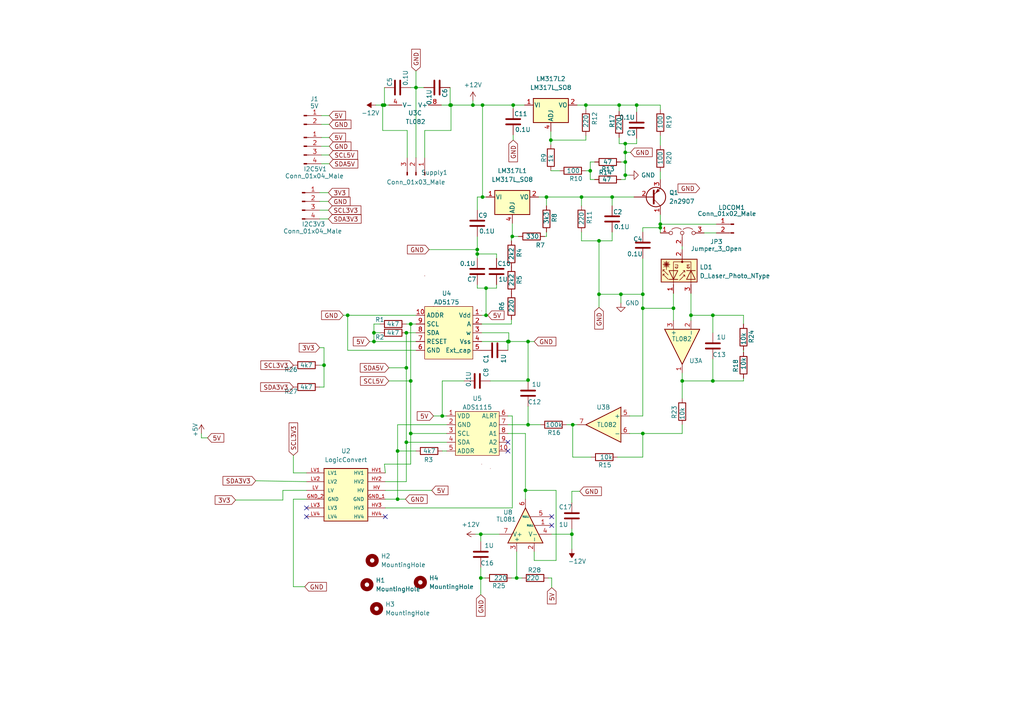
<source format=kicad_sch>
(kicad_sch (version 20231120) (generator "eeschema") (generator_version "8.0")
  (paper "A4")
  (lib_symbols
    (symbol "Amplifier_Operational:TL081" (pin_names (offset 0.127))
      (property "Reference" "U" (at 0 6.35 0))
      (property "Value" "TL081" (at 0 3.81 0))
      (symbol "TL081_1_1"
        (pin input line (at 0 -7.62 90) (length 5.08) (name "NULL") (number "1"))
        (pin input line (at -7.62 -2.54 0) (length 2.54) (name "-") (number "2"))
        (pin input line (at -7.62 2.54 0) (length 2.54) (name "+") (number "3"))
        (pin power_in line (at -2.54 -7.62 90) (length 3.81) (name "V-") (number "4"))
        (pin input line (at 2.54 -7.62 90) (length 6.35) (name "NULL") (number "5"))
        (pin output line (at 7.62 0 180) (length 2.54) (name "~") (number "6"))
        (pin power_in line (at -2.54 7.62 270) (length 3.81) (name "V+") (number "7"))
        (pin no_connect line (at 0 2.54 270) (length 2.54) hide (name "NC") (number "8"))
      )
    )
    (symbol "Amplifier_Operational:TL082" (pin_names (offset 0.127))
      (property "Reference" "U" (at 0 5.08 0))
      (property "Value" "TL082" (at 0 -5.08 0))
      (symbol "TL082_1_1"
        (pin output line (at 7.62 0 180) (length 2.54) (name "~") (number "1"))
        (pin input line (at -7.62 -2.54 0) (length 2.54) (name "-") (number "2"))
        (pin input line (at -7.62 2.54 0) (length 2.54) (name "+") (number "3"))
      )
      (symbol "TL082_2_1"
        (pin input line (at -7.62 2.54 0) (length 2.54) (name "+") (number "5"))
        (pin input line (at -7.62 -2.54 0) (length 2.54) (name "-") (number "6"))
        (pin output line (at 7.62 0 180) (length 2.54) (name "~") (number "7"))
      )
      (symbol "TL082_3_1"
        (pin power_in line (at -2.54 -7.62 90) (length 3.81) (name "V-") (number "4"))
        (pin power_in line (at -2.54 7.62 270) (length 3.81) (name "V+") (number "8"))
      )
    )
    (symbol "Connector:Conn_01x02_Male" (pin_names (offset 1.016) hide)
      (property "Reference" "J" (at 0 2.54 0))
      (property "Value" "Conn_01x02_Male" (at 0 -5.08 0))
      (symbol "Conn_01x02_Male_1_1"
        (pin passive line (at 5.08 0 180) (length 3.81) (name "Pin_1") (number "1"))
        (pin passive line (at 5.08 -2.54 180) (length 3.81) (name "Pin_2") (number "2"))
      )
    )
    (symbol "Connector:Conn_01x03_Male" (pin_names (offset 1.016) hide)
      (property "Reference" "J" (at 0 5.08 0))
      (property "Value" "Conn_01x03_Male" (at 0 -5.08 0))
      (symbol "Conn_01x03_Male_1_1"
        (pin passive line (at 5.08 2.54 180) (length 3.81) (name "Pin_1") (number "1"))
        (pin passive line (at 5.08 0 180) (length 3.81) (name "Pin_2") (number "2"))
        (pin passive line (at 5.08 -2.54 180) (length 3.81) (name "Pin_3") (number "3"))
      )
    )
    (symbol "Connector:Conn_01x04_Male" (pin_names (offset 1.016) hide)
      (property "Reference" "J" (at 0 5.08 0))
      (property "Value" "Conn_01x04_Male" (at 0 -7.62 0))
      (symbol "Conn_01x04_Male_1_1"
        (pin passive line (at 5.08 2.54 180) (length 3.81) (name "Pin_1") (number "1"))
        (pin passive line (at 5.08 0 180) (length 3.81) (name "Pin_2") (number "2"))
        (pin passive line (at 5.08 -2.54 180) (length 3.81) (name "Pin_3") (number "3"))
        (pin passive line (at 5.08 -5.08 180) (length 3.81) (name "Pin_4") (number "4"))
      )
    )
    (symbol "Device:C" (pin_numbers hide) (pin_names (offset 0.254))
      (property "Reference" "C" (at 0.635 2.54 0))
      (property "Value" "C" (at 0.635 -2.54 0))
      (symbol "C_1_1"
        (pin passive line (at 0 3.81 270) (length 2.794) (name "~") (number "1"))
        (pin passive line (at 0 -3.81 90) (length 2.794) (name "~") (number "2"))
      )
    )
    (symbol "Device:D_Laser_Photo_NType" (pin_names hide)
      (property "Reference" "LD" (at 1.016 7.112 0))
      (property "Value" "D_Laser_Photo_NType" (at 1.016 -5.588 0))
      (symbol "D_Laser_Photo_NType_1_1"
        (pin passive line (at 7.62 2.54 180) (length 2.54) (name "~") (number "1"))
        (pin passive line (at -5.08 0 0) (length 2.54) (name "~") (number "2"))
        (pin passive line (at 7.62 -2.54 180) (length 2.54) (name "~") (number "3"))
      )
    )
    (symbol "Device:R" (pin_numbers hide) (pin_names (offset 0))
      (property "Reference" "R" (at 2.032 0 90))
      (property "Value" "R" (at 0 0 90))
      (symbol "R_1_1"
        (pin passive line (at 0 3.81 270) (length 1.27) (name "~") (number "1"))
        (pin passive line (at 0 -3.81 90) (length 1.27) (name "~") (number "2"))
      )
    )
    (symbol "Jumper:Jumper_3_Open" (pin_names (offset 0) hide)
      (property "Reference" "JP" (at -2.54 -2.54 0))
      (property "Value" "Jumper_3_Open" (at 0 2.794 0))
      (symbol "Jumper_3_Open_1_1"
        (pin passive line (at -6.35 0 0) (length 2.54) (name "A") (number "1"))
        (pin passive line (at 0 -3.81 90) (length 2.54) (name "C") (number "2"))
        (pin passive line (at 6.35 0 180) (length 2.54) (name "B") (number "3"))
      )
    )
    (symbol "Mechanical:MountingHole" (pin_names (offset 1.016))
      (property "Reference" "H" (at 0 5.08 0))
      (property "Value" "MountingHole" (at 0 3.175 0))
    )
    (symbol "Regulator_Linear:LM317L_SO8" (pin_names (offset 0.254))
      (property "Reference" "U" (at -3.81 3.175 0))
      (property "Value" "LM317L_SO8" (at 0 3.175 0))
      (symbol "LM317L_SO8_1_1"
        (pin power_in line (at -7.62 0 0) (length 2.54) (name "VI") (number "1"))
        (pin power_out line (at 7.62 0 180) (length 2.54) (name "VO") (number "2"))
        (pin passive line (at 7.62 0 180) (length 2.54) hide (name "VO") (number "3"))
        (pin input line (at 0 -7.62 90) (length 2.54) (name "ADJ") (number "4"))
        (pin no_connect line (at -7.62 -2.54 0) (length 2.54) hide (name "NC") (number "5"))
        (pin passive line (at 7.62 0 180) (length 2.54) hide (name "VO") (number "6"))
        (pin passive line (at 7.62 0 180) (length 2.54) hide (name "VO") (number "7"))
        (pin no_connect line (at 7.62 -2.54 180) (length 2.54) hide (name "NC") (number "8"))
      )
    )
    (symbol "Transistor_BJT:BC556" (pin_names (offset 0) hide)
      (property "Reference" "Q" (at 5.08 1.905 0))
      (property "Value" "BC556" (at 5.08 0 0))
      (symbol "BC556_1_1"
        (pin passive line (at 2.54 5.08 270) (length 2.54) (name "C") (number "1"))
        (pin input line (at -5.08 0 0) (length 5.715) (name "B") (number "2"))
        (pin passive line (at 2.54 -5.08 90) (length 2.54) (name "E") (number "3"))
      )
    )
    (symbol "created:AD5175"
      (property "Reference" "U" (at 0 -10.16 0))
      (property "Value" "AD5175" (at 0 7.62 0))
      (symbol "AD5175_1_1"
        (pin power_in line (at -10.16 3.81 0) (length 2.54) (name "Vdd") (number "1"))
        (pin input line (at 8.89 3.81 180) (length 2.54) (name "ADDR") (number "10"))
        (pin input line (at -10.16 1.27 0) (length 2.54) (name "A") (number "2"))
        (pin input line (at -10.16 -1.27 0) (length 2.54) (name "w") (number "3"))
        (pin power_in line (at -10.16 -3.81 0) (length 2.54) (name "Vss") (number "4"))
        (pin power_in line (at -10.16 -6.35 0) (length 2.54) (name "Ext_cap") (number "5"))
        (pin input line (at 8.89 -6.35 180) (length 2.54) (name "GND") (number "6"))
        (pin input line (at 8.89 -3.81 180) (length 2.54) (name "RESET") (number "7"))
        (pin input line (at 8.89 -1.27 180) (length 2.54) (name "SDA") (number "8"))
        (pin input line (at 8.89 1.27 180) (length 2.54) (name "SCL") (number "9"))
      )
    )
    (symbol "created:ADS1115"
      (property "Reference" "U" (at 0 7.62 0))
      (property "Value" "ADS1115" (at 0 -7.62 0))
      (symbol "ADS1115_1_1"
        (pin power_in line (at -8.89 5.08 0) (length 2.54) (name "VDD") (number "1"))
        (pin input line (at 8.89 -5.08 180) (length 2.54) (name "A3") (number "10"))
        (pin power_in line (at -8.89 2.54 0) (length 2.54) (name "GND") (number "2"))
        (pin bidirectional line (at -8.89 0 0) (length 2.54) (name "SCL") (number "3"))
        (pin bidirectional line (at -8.89 -2.54 0) (length 2.54) (name "SDA") (number "4"))
        (pin bidirectional line (at -8.89 -5.08 0) (length 2.54) (name "ADDR") (number "5"))
        (pin output line (at 8.89 5.08 180) (length 2.54) (name "ALRT") (number "6"))
        (pin input line (at 8.89 2.54 180) (length 2.54) (name "A0") (number "7"))
        (pin input line (at 8.89 0 180) (length 2.54) (name "A1") (number "8"))
        (pin input line (at 8.89 -2.54 180) (length 2.54) (name "A2") (number "9"))
      )
    )
    (symbol "created:LogicConvert" (pin_names (offset 1.016))
      (property "Reference" "U" (at -12.7 11.43 0))
      (property "Value" "LogicConvert" (at -12.7 -12.7 0))
      (symbol "LogicConvert_0_0"
        (pin power_in line (at 5.08 -3.81 180) (length 5.08) (name "GND") (number "GND_1"))
        (pin power_in line (at -17.78 -3.81 0) (length 5.08) (name "GND") (number "GND_2"))
        (pin bidirectional line (at 5.08 -1.27 180) (length 5.08) (name "HV") (number "HV"))
        (pin bidirectional line (at 5.08 3.81 180) (length 5.08) (name "HV1") (number "HV1"))
        (pin bidirectional line (at 5.08 1.27 180) (length 5.08) (name "HV2") (number "HV2"))
        (pin bidirectional line (at 5.08 -6.35 180) (length 5.08) (name "HV3") (number "HV3"))
        (pin bidirectional line (at 5.08 -8.89 180) (length 5.08) (name "HV4") (number "HV4"))
        (pin bidirectional line (at -17.78 -1.27 0) (length 5.08) (name "LV") (number "LV"))
        (pin bidirectional line (at -17.78 3.81 0) (length 5.08) (name "LV1") (number "LV1"))
        (pin bidirectional line (at -17.78 1.27 0) (length 5.08) (name "LV2") (number "LV2"))
        (pin bidirectional line (at -17.78 -6.35 0) (length 5.08) (name "LV3") (number "LV3"))
        (pin bidirectional line (at -17.78 -8.89 0) (length 5.08) (name "LV4") (number "LV4"))
      )
    )
    (symbol "power:+12V" (power) (pin_names (offset 0))
      (property "Value" "+12V" (at 0 3.556 0))
      (symbol "+12V_1_1"
        (pin power_in line (at 0 0 90) (length 0) hide (name "+12V") (number "1"))
      )
    )
    (symbol "power:+5V" (power) (pin_names (offset 0))
      (property "Value" "+5V" (at 0 3.556 0))
      (symbol "+5V_1_1"
        (pin power_in line (at 0 0 90) (length 0) hide (name "+5V") (number "1"))
      )
    )
    (symbol "power:-12V" (power) (pin_names (offset 0))
      (property "Value" "-12V" (at 0 3.81 0))
      (symbol "-12V_0_0"
        (pin power_in line (at 0 0 90) (length 0) hide (name "-12V") (number "1"))
      )
    )
    (symbol "power:GND" (power) (pin_names (offset 0))
      (property "Value" "GND" (at 0 -3.81 0))
      (symbol "GND_1_1"
        (pin power_in line (at 0 0 270) (length 0) hide (name "GND") (number "1"))
      )
    )
  )
  (junction (at 140.97 91.44))
  (junction (at 148.844 30.48))
  (junction (at 108.458 96.52))
  (junction (at 110.998 30.48))
  (junction (at 206.756 110.49))
  (junction (at 181.356 50.8))
  (junction (at 139.954 30.48))
  (junction (at 153.162 110.236))
  (junction (at 139.954 57.15))
  (junction (at 100.838 91.44))
  (junction (at 184.658 30.48))
  (junction (at 181.356 46.99))
  (junction (at 173.736 85.344))
  (junction (at 168.656 57.15))
  (junction (at 140.97 83.566))
  (junction (at 120.65 25.4))
  (junction (at 180.086 85.344))
  (junction (at 206.756 91.44))
  (junction (at 186.436 85.344))
  (junction (at 200.406 91.44))
  (junction (at 186.436 125.73))
  (junction (at 148.59 68.58))
  (junction (at 158.496 57.15))
  (junction (at 138.43 73.66))
  (junction (at 173.736 69.85))
  (junction (at 186.436 89.408))
  (junction (at 130.81 30.48))
  (junction (at 115.316 144.78))
  (junction (at 119.126 93.98))
  (junction (at 119.126 110.49))
  (junction (at 166.116 123.19))
  (junction (at 137.16 30.48))
  (junction (at 115.316 130.81))
  (junction (at 152.4 142.24))
  (junction (at 149.86 167.64))
  (junction (at 177.546 57.15))
  (junction (at 108.458 99.06))
  (junction (at 159.766 40.64))
  (junction (at 139.446 154.94))
  (junction (at 111.506 30.48))
  (junction (at 165.862 154.94))
  (junction (at 117.856 106.68))
  (junction (at 128.27 120.65))
  (junction (at 153.162 123.19))
  (junction (at 139.446 167.64))
  (junction (at 147.574 99.06))
  (junction (at 130.556 30.48))
  (junction (at 191.516 66.04))
  (junction (at 119.126 125.73))
  (junction (at 117.856 128.27))
  (junction (at 181.356 44.196))
  (junction (at 147.32 99.06))
  (junction (at 138.43 72.39))
  (junction (at 153.162 99.06))
  (junction (at 195.326 89.408))
  (junction (at 191.516 65.024))
  (junction (at 117.856 96.52))
  (junction (at 93.98 105.918))
  (junction (at 179.578 30.48))
  (junction (at 169.926 30.48))
  (junction (at 181.356 41.656))
  (junction (at 197.866 110.49))
  (junction (at 171.196 49.53))
  (no_connect (at 160.02 149.86))
  (no_connect (at 111.76 149.86))
  (no_connect (at 88.9 149.86))
  (no_connect (at 147.32 130.81))
  (no_connect (at 147.32 128.27))
  (no_connect (at 88.9 147.32))
  (no_connect (at 160.02 152.4))
  (wire (pts (xy 161.29 142.24) (xy 152.4 142.24)))
  (wire (pts (xy 153.162 123.19) (xy 156.718 123.19)))
  (wire (pts (xy 164.338 123.19) (xy 166.116 123.19)))
  (wire (pts (xy 140.97 83.566) (xy 140.97 91.44)))
  (wire (pts (xy 181.356 46.99) (xy 181.356 50.8)))
  (wire (pts (xy 111.506 134.62) (xy 119.126 134.62)))
  (wire (pts (xy 168.656 69.85) (xy 173.736 69.85)))
  (wire (pts (xy 147.574 96.52) (xy 147.574 99.06)))
  (wire (pts (xy 151.384 167.64) (xy 149.86 167.64)))
  (wire (pts (xy 92.71 58.42) (xy 95.25 58.42)))
  (wire (pts (xy 215.646 109.728) (xy 215.646 110.49)))
  (wire (pts (xy 92.71 60.96) (xy 95.25 60.96)))
  (wire (pts (xy 128.27 110.49) (xy 134.62 110.49)))
  (wire (pts (xy 186.436 125.73) (xy 197.866 125.73)))
  (wire (pts (xy 148.59 120.65) (xy 148.59 147.32)))
  (wire (pts (xy 177.546 57.15) (xy 183.896 57.15)))
  (wire (pts (xy 191.516 49.784) (xy 191.516 52.07)))
  (wire (pts (xy 206.756 96.52) (xy 206.756 91.44)))
  (wire (pts (xy 186.436 89.408) (xy 186.436 120.65)))
  (wire (pts (xy 108.458 93.98) (xy 108.458 96.52)))
  (wire (pts (xy 180.086 46.99) (xy 181.356 46.99)))
  (wire (pts (xy 195.326 85.09) (xy 195.326 89.408)))
  (wire (pts (xy 138.43 83.566) (xy 140.97 83.566)))
  (wire (pts (xy 149.86 167.64) (xy 148.336 167.64)))
  (wire (pts (xy 180.086 52.07) (xy 181.356 52.07)))
  (wire (pts (xy 173.736 69.85) (xy 177.546 69.85)))
  (wire (pts (xy 117.856 128.27) (xy 117.856 139.7)))
  (wire (pts (xy 100.838 91.44) (xy 120.65 91.44)))
  (wire (pts (xy 215.646 102.108) (xy 215.646 101.6)))
  (wire (pts (xy 168.656 67.31) (xy 168.656 69.85)))
  (wire (pts (xy 200.406 85.09) (xy 200.406 91.44)))
  (wire (pts (xy 119.126 25.4) (xy 120.65 25.4)))
  (wire (pts (xy 111.76 147.32) (xy 148.59 147.32)))
  (wire (pts (xy 124.46 72.39) (xy 138.43 72.39)))
  (wire (pts (xy 119.126 125.73) (xy 129.54 125.73)))
  (wire (pts (xy 158.496 67.31) (xy 158.496 68.58)))
  (wire (pts (xy 120.65 25.4) (xy 120.65 20.574)))
  (wire (pts (xy 148.844 30.48) (xy 148.844 31.496)))
  (wire (pts (xy 171.45 132.588) (xy 166.116 132.588)))
  (wire (pts (xy 149.86 160.02) (xy 149.86 167.64)))
  (wire (pts (xy 117.856 96.52) (xy 120.65 96.52)))
  (wire (pts (xy 88.392 170.18) (xy 85.09 170.18)))
  (wire (pts (xy 186.436 66.04) (xy 191.516 66.04)))
  (wire (pts (xy 152.4 125.73) (xy 152.4 142.24)))
  (wire (pts (xy 169.926 39.37) (xy 169.926 40.64)))
  (wire (pts (xy 139.7 99.06) (xy 147.32 99.06)))
  (wire (pts (xy 58.42 127) (xy 60.198 127)))
  (wire (pts (xy 99.568 91.44) (xy 100.838 91.44)))
  (wire (pts (xy 111.76 142.24) (xy 125.222 142.24)))
  (wire (pts (xy 100.838 91.44) (xy 100.838 101.6)))
  (wire (pts (xy 82.042 142.24) (xy 88.9 142.24)))
  (wire (pts (xy 171.196 46.99) (xy 171.196 49.53)))
  (wire (pts (xy 115.316 144.78) (xy 117.602 144.78)))
  (wire (pts (xy 139.7 96.52) (xy 147.574 96.52)))
  (wire (pts (xy 85.09 144.78) (xy 85.09 170.18)))
  (wire (pts (xy 147.32 99.06) (xy 147.574 99.06)))
  (wire (pts (xy 154.94 160.02) (xy 154.94 162.56)))
  (wire (pts (xy 159.766 38.1) (xy 159.766 40.64)))
  (wire (pts (xy 129.54 128.27) (xy 117.856 128.27)))
  (wire (pts (xy 181.356 41.656) (xy 181.356 44.196)))
  (wire (pts (xy 138.43 68.58) (xy 138.43 72.39)))
  (wire (pts (xy 197.866 110.49) (xy 197.866 115.57)))
  (wire (pts (xy 93.98 105.918) (xy 93.98 112.268)))
  (wire (pts (xy 119.126 110.49) (xy 119.126 125.73)))
  (wire (pts (xy 191.516 39.37) (xy 191.516 42.164)))
  (wire (pts (xy 180.086 85.344) (xy 186.436 85.344)))
  (wire (pts (xy 152.4 144.78) (xy 152.4 142.24)))
  (wire (pts (xy 122.936 25.4) (xy 120.65 25.4)))
  (wire (pts (xy 111.76 144.78) (xy 115.316 144.78)))
  (wire (pts (xy 168.656 57.15) (xy 168.656 59.69)))
  (wire (pts (xy 191.516 67.564) (xy 191.516 66.04)))
  (wire (pts (xy 197.866 110.49) (xy 206.756 110.49)))
  (wire (pts (xy 167.386 30.48) (xy 169.926 30.48)))
  (wire (pts (xy 138.43 74.93) (xy 138.43 73.66)))
  (wire (pts (xy 117.856 139.7) (xy 111.76 139.7)))
  (wire (pts (xy 186.436 125.73) (xy 186.436 132.588)))
  (wire (pts (xy 195.326 89.408) (xy 195.326 92.964)))
  (wire (pts (xy 119.126 93.98) (xy 119.126 110.49)))
  (wire (pts (xy 200.406 91.44) (xy 206.756 91.44)))
  (wire (pts (xy 158.496 68.58) (xy 157.988 68.58)))
  (wire (pts (xy 139.446 156.972) (xy 139.446 154.94)))
  (wire (pts (xy 186.436 85.344) (xy 186.436 89.408)))
  (wire (pts (xy 179.578 39.878) (xy 179.578 41.656)))
  (wire (pts (xy 115.316 123.19) (xy 115.316 130.81)))
  (wire (pts (xy 148.844 39.116) (xy 148.844 40.64)))
  (wire (pts (xy 117.856 96.52) (xy 117.856 106.68)))
  (wire (pts (xy 159.766 49.53) (xy 162.306 49.53)))
  (wire (pts (xy 158.496 57.15) (xy 158.496 59.69)))
  (wire (pts (xy 144.018 83.566) (xy 140.97 83.566)))
  (wire (pts (xy 159.766 41.91) (xy 159.766 40.64)))
  (wire (pts (xy 166.116 132.588) (xy 166.116 123.19)))
  (wire (pts (xy 184.658 30.48) (xy 184.658 32.512)))
  (wire (pts (xy 88.9 139.7) (xy 74.168 139.446)))
  (wire (pts (xy 165.862 142.494) (xy 168.148 142.494)))
  (wire (pts (xy 118.11 45.72) (xy 118.11 37.846)))
  (wire (pts (xy 92.71 63.5) (xy 95.25 63.5)))
  (wire (pts (xy 128.27 120.65) (xy 128.27 110.49)))
  (wire (pts (xy 130.556 25.4) (xy 130.556 30.48)))
  (wire (pts (xy 93.218 33.528) (xy 95.504 33.528)))
  (wire (pts (xy 181.356 44.196) (xy 182.88 44.196)))
  (wire (pts (xy 197.866 71.374) (xy 197.866 72.39)))
  (wire (pts (xy 139.954 57.15) (xy 139.954 30.48)))
  (wire (pts (xy 108.966 30.48) (xy 110.998 30.48)))
  (wire (pts (xy 147.32 123.19) (xy 153.162 123.19)))
  (wire (pts (xy 172.466 46.99) (xy 171.196 46.99)))
  (wire (pts (xy 119.126 110.49) (xy 112.776 110.49)))
  (wire (pts (xy 144.018 82.55) (xy 144.018 83.566)))
  (wire (pts (xy 129.54 123.19) (xy 115.316 123.19)))
  (wire (pts (xy 206.756 104.14) (xy 206.756 110.49)))
  (wire (pts (xy 139.954 30.48) (xy 148.844 30.48)))
  (wire (pts (xy 123.19 37.846) (xy 130.81 37.846)))
  (wire (pts (xy 169.926 49.53) (xy 171.196 49.53)))
  (wire (pts (xy 148.59 68.58) (xy 148.336 68.58)))
  (wire (pts (xy 138.43 73.66) (xy 144.018 73.66)))
  (wire (pts (xy 184.658 30.48) (xy 191.516 30.48)))
  (wire (pts (xy 156.21 57.15) (xy 158.496 57.15)))
  (wire (pts (xy 207.772 65.024) (xy 191.516 65.024)))
  (wire (pts (xy 139.446 167.64) (xy 140.716 167.64)))
  (wire (pts (xy 148.59 64.77) (xy 148.59 68.58)))
  (wire (pts (xy 158.496 57.15) (xy 168.656 57.15)))
  (wire (pts (xy 153.162 99.06) (xy 153.162 110.236)))
  (wire (pts (xy 153.162 117.856) (xy 153.162 123.19)))
  (wire (pts (xy 111.76 137.16) (xy 111.506 134.62)))
  (wire (pts (xy 186.436 74.93) (xy 186.436 85.344)))
  (wire (pts (xy 85.09 132.08) (xy 85.09 137.16)))
  (wire (pts (xy 139.446 154.94) (xy 144.78 154.94)))
  (wire (pts (xy 139.7 91.44) (xy 140.97 91.44)))
  (wire (pts (xy 182.626 120.65) (xy 186.436 120.65)))
  (wire (pts (xy 93.218 39.878) (xy 95.504 39.878)))
  (wire (pts (xy 165.862 154.94) (xy 165.862 159.258)))
  (wire (pts (xy 179.578 30.48) (xy 184.658 30.48)))
  (wire (pts (xy 108.458 96.52) (xy 110.236 96.52)))
  (wire (pts (xy 144.018 74.93) (xy 144.018 73.66)))
  (wire (pts (xy 186.436 89.408) (xy 195.326 89.408)))
  (wire (pts (xy 119.126 125.73) (xy 119.126 134.62)))
  (wire (pts (xy 152.4 125.73) (xy 147.32 125.73)))
  (wire (pts (xy 166.116 123.19) (xy 167.386 123.19)))
  (wire (pts (xy 93.98 100.838) (xy 93.98 105.918)))
  (wire (pts (xy 111.506 25.4) (xy 111.506 30.48)))
  (wire (pts (xy 171.196 49.53) (xy 171.196 52.07)))
  (wire (pts (xy 108.458 96.52) (xy 108.458 99.06)))
  (wire (pts (xy 173.736 85.344) (xy 173.736 69.85)))
  (wire (pts (xy 181.356 44.196) (xy 181.356 46.99)))
  (wire (pts (xy 92.71 112.268) (xy 93.98 112.268)))
  (wire (pts (xy 148.844 30.48) (xy 152.146 30.48)))
  (wire (pts (xy 118.11 37.846) (xy 110.998 37.846)))
  (wire (pts (xy 93.218 47.498) (xy 95.504 47.498)))
  (wire (pts (xy 215.646 93.98) (xy 215.646 91.44)))
  (wire (pts (xy 110.236 93.98) (xy 108.458 93.98)))
  (wire (pts (xy 110.998 37.846) (xy 110.998 30.48)))
  (wire (pts (xy 88.9 137.16) (xy 85.09 137.16)))
  (wire (pts (xy 181.356 50.8) (xy 182.626 50.8)))
  (wire (pts (xy 179.07 132.588) (xy 186.436 132.588)))
  (wire (pts (xy 130.556 30.48) (xy 130.81 30.48)))
  (wire (pts (xy 68.326 145.034) (xy 82.042 145.034)))
  (wire (pts (xy 119.126 93.98) (xy 120.65 93.98)))
  (wire (pts (xy 108.458 99.06) (xy 120.65 99.06)))
  (wire (pts (xy 206.756 91.44) (xy 215.646 91.44)))
  (wire (pts (xy 153.162 110.236) (xy 153.162 110.49)))
  (wire (pts (xy 93.218 44.958) (xy 95.504 44.958)))
  (wire (pts (xy 139.7 93.98) (xy 148.336 93.98)))
  (wire (pts (xy 137.16 30.48) (xy 137.16 29.21)))
  (wire (pts (xy 148.59 68.58) (xy 150.368 68.58)))
  (wire (pts (xy 184.658 41.656) (xy 181.356 41.656)))
  (wire (pts (xy 138.43 72.39) (xy 138.43 73.66)))
  (wire (pts (xy 169.926 30.48) (xy 179.578 30.48)))
  (wire (pts (xy 160.02 167.64) (xy 159.004 167.64)))
  (wire (pts (xy 179.578 41.656) (xy 181.356 41.656)))
  (wire (pts (xy 115.316 130.81) (xy 115.316 144.78)))
  (wire (pts (xy 120.65 45.72) (xy 120.65 25.4)))
  (wire (pts (xy 82.042 142.24) (xy 82.042 145.034)))
  (wire (pts (xy 88.9 144.78) (xy 85.09 144.78)))
  (wire (pts (xy 153.162 99.06) (xy 154.94 99.06)))
  (wire (pts (xy 139.446 164.592) (xy 139.446 167.64)))
  (wire (pts (xy 160.02 154.94) (xy 165.862 154.94)))
  (wire (pts (xy 181.356 50.8) (xy 181.356 52.07)))
  (wire (pts (xy 139.954 57.15) (xy 138.43 57.15)))
  (wire (pts (xy 197.866 108.204) (xy 197.866 110.49)))
  (wire (pts (xy 130.81 30.48) (xy 137.16 30.48)))
  (wire (pts (xy 92.71 100.838) (xy 93.98 100.838)))
  (wire (pts (xy 125.73 120.65) (xy 128.27 120.65)))
  (wire (pts (xy 123.19 45.72) (xy 123.19 37.846)))
  (wire (pts (xy 93.218 42.418) (xy 95.504 42.418)))
  (wire (pts (xy 93.98 105.918) (xy 92.71 105.918)))
  (wire (pts (xy 168.656 57.15) (xy 177.546 57.15)))
  (wire (pts (xy 161.29 162.56) (xy 161.29 142.24)))
  (wire (pts (xy 206.756 110.49) (xy 215.646 110.49)))
  (wire (pts (xy 138.43 57.15) (xy 138.43 60.96)))
  (wire (pts (xy 117.856 106.68) (xy 117.856 128.27)))
  (wire (pts (xy 92.71 55.88) (xy 95.25 55.88)))
  (wire (pts (xy 186.436 67.31) (xy 186.436 66.04)))
  (wire (pts (xy 191.516 65.024) (xy 191.516 66.04)))
  (wire (pts (xy 191.516 30.48) (xy 191.516 31.75)))
  (wire (pts (xy 179.578 30.48) (xy 179.578 32.258)))
  (wire (pts (xy 139.446 167.64) (xy 139.446 172.466)))
  (wire (pts (xy 169.926 30.48) (xy 169.926 31.75)))
  (wire (pts (xy 137.922 154.94) (xy 139.446 154.94)))
  (wire (pts (xy 100.838 101.6) (xy 120.65 101.6)))
  (wire (pts (xy 197.866 125.73) (xy 197.866 123.19)))
  (wire (pts (xy 138.43 83.566) (xy 138.43 82.55)))
  (wire (pts (xy 184.658 40.132) (xy 184.658 41.656)))
  (wire (pts (xy 58.42 125.73) (xy 58.42 127)))
  (wire (pts (xy 173.736 85.344) (xy 180.086 85.344)))
  (wire (pts (xy 128.27 120.65) (xy 129.54 120.65)))
  (wire (pts (xy 140.97 91.44) (xy 141.478 91.44)))
  (wire (pts (xy 107.188 99.06) (xy 108.458 99.06)))
  (wire (pts (xy 182.626 125.73) (xy 186.436 125.73)))
  (wire (pts (xy 173.736 85.344) (xy 173.736 89.154)))
  (wire (pts (xy 177.546 57.15) (xy 177.546 59.69)))
  (wire (pts (xy 128.27 130.81) (xy 129.54 130.81)))
  (wire (pts (xy 139.954 57.15) (xy 140.97 57.15)))
  (wire (pts (xy 200.406 91.44) (xy 200.406 92.964)))
  (wire (pts (xy 120.65 130.81) (xy 115.316 130.81)))
  (wire (pts (xy 130.81 37.846) (xy 130.81 30.48)))
  (wire (pts (xy 160.02 170.434) (xy 160.02 167.64)))
  (wire (pts (xy 154.94 162.56) (xy 161.29 162.56)))
  (wire (pts (xy 148.336 68.58) (xy 148.336 69.85)))
  (wire (pts (xy 204.216 67.564) (xy 207.772 67.564)))
  (wire (pts (xy 165.862 153.416) (xy 165.862 154.94)))
  (wire (pts (xy 93.218 36.068) (xy 95.504 36.068)))
  (wire (pts (xy 117.856 106.68) (xy 112.776 106.68)))
  (wire (pts (xy 142.24 110.49) (xy 153.162 110.49)))
  (wire (pts (xy 159.766 40.64) (xy 169.926 40.64)))
  (wire (pts (xy 191.516 62.23) (xy 191.516 65.024)))
  (wire (pts (xy 180.086 85.344) (xy 180.086 87.884)))
  (wire (pts (xy 147.32 120.65) (xy 148.59 120.65)))
  (wire (pts (xy 147.32 99.06) (xy 147.32 101.6)))
  (wire (pts (xy 147.574 99.06) (xy 153.162 99.06)))
  (wire (pts (xy 128.016 30.48) (xy 130.556 30.48)))
  (wire (pts (xy 177.546 67.31) (xy 177.546 69.85)))
  (wire (pts (xy 111.506 30.48) (xy 112.776 30.48)))
  (wire (pts (xy 148.336 92.71) (xy 148.336 93.98)))
  (wire (pts (xy 137.16 30.48) (xy 139.954 30.48)))
  (wire (pts (xy 171.196 52.07) (xy 172.466 52.07)))
  (wire (pts (xy 110.998 30.48) (xy 111.506 30.48)))
  (wire (pts (xy 165.862 145.796) (xy 165.862 142.494)))
  (wire (pts (xy 117.856 93.98) (xy 119.126 93.98)))
  (global_label "5V" (shape input) (at 60.198 127 0) (property "Intersheetrefs" "${INTERSHEET_REFS}" (effects (hide yes))))
  (global_label "GND" (shape input) (at 168.148 142.494 0) (property "Intersheetrefs" "${INTERSHEET_REFS}" (effects (hide yes))))
  (global_label "GND" (shape input) (at 117.602 144.78 0) (property "Intersheetrefs" "${INTERSHEET_REFS}" (effects (hide yes))))
  (global_label "SDA3V3" (shape input) (at 85.09 112.268 180) (property "Intersheetrefs" "${INTERSHEET_REFS}" (effects (hide yes))))
  (global_label "3V3" (shape input) (at 92.71 100.838 180) (property "Intersheetrefs" "${INTERSHEET_REFS}" (effects (hide yes))))
  (global_label "GND" (shape input) (at 95.25 58.42 0) (property "Intersheetrefs" "${INTERSHEET_REFS}" (effects (hide yes))))
  (global_label "GND" (shape input) (at 148.844 40.64 270) (property "Intersheetrefs" "${INTERSHEET_REFS}" (effects (hide yes))))
  (global_label "5V" (shape input) (at 141.478 91.44 0) (property "Intersheetrefs" "${INTERSHEET_REFS}" (effects (hide yes))))
  (global_label "SDA3V3" (shape input) (at 95.25 63.5 0) (property "Intersheetrefs" "${INTERSHEET_REFS}" (effects (hide yes))))
  (global_label "5V" (shape input) (at 125.73 120.65 180) (property "Intersheetrefs" "${INTERSHEET_REFS}" (effects (hide yes))))
  (global_label "GND" (shape input) (at 124.46 72.39 180) (property "Intersheetrefs" "${INTERSHEET_REFS}" (effects (hide yes))))
  (global_label "SDA5V" (shape input) (at 95.504 47.498 0) (property "Intersheetrefs" "${INTERSHEET_REFS}" (effects (hide yes))))
  (global_label "SCL5V" (shape input) (at 95.504 44.958 0) (property "Intersheetrefs" "${INTERSHEET_REFS}" (effects (hide yes))))
  (global_label "GND" (shape input) (at 95.504 36.068 0) (property "Intersheetrefs" "${INTERSHEET_REFS}" (effects (hide yes))))
  (global_label "GND" (shape input) (at 139.446 172.466 270) (property "Intersheetrefs" "${INTERSHEET_REFS}" (effects (hide yes))))
  (global_label "3V3" (shape input) (at 95.25 55.88 0) (property "Intersheetrefs" "${INTERSHEET_REFS}" (effects (hide yes))))
  (global_label "GND" (shape input) (at 202.946 54.61 180) (property "Intersheetrefs" "${INTERSHEET_REFS}" (effects (hide yes))))
  (global_label "GND" (shape input) (at 182.88 44.196 0) (property "Intersheetrefs" "${INTERSHEET_REFS}" (effects (hide yes))))
  (global_label "SDA5V" (shape input) (at 112.776 106.68 180) (property "Intersheetrefs" "${INTERSHEET_REFS}" (effects (hide yes))))
  (global_label "5V" (shape input) (at 160.02 170.434 270) (property "Intersheetrefs" "${INTERSHEET_REFS}" (effects (hide yes))))
  (global_label "GND" (shape input) (at 99.568 91.44 180) (property "Intersheetrefs" "${INTERSHEET_REFS}" (effects (hide yes))))
  (global_label "GND" (shape input) (at 88.392 170.18 0) (property "Intersheetrefs" "${INTERSHEET_REFS}" (effects (hide yes))))
  (global_label "3V3" (shape input) (at 68.326 145.034 180) (property "Intersheetrefs" "${INTERSHEET_REFS}" (effects (hide yes))))
  (global_label "5V" (shape input) (at 95.504 39.878 0) (property "Intersheetrefs" "${INTERSHEET_REFS}" (effects (hide yes))))
  (global_label "SCL5V" (shape input) (at 112.776 110.49 180) (property "Intersheetrefs" "${INTERSHEET_REFS}" (effects (hide yes))))
  (global_label "SCL3V3" (shape input) (at 85.09 132.08 90) (property "Intersheetrefs" "${INTERSHEET_REFS}" (effects (hide yes))))
  (global_label "SDA3V3" (shape input) (at 74.168 139.446 180) (property "Intersheetrefs" "${INTERSHEET_REFS}" (effects (hide yes))))
  (global_label "GND" (shape input) (at 95.504 42.418 0) (property "Intersheetrefs" "${INTERSHEET_REFS}" (effects (hide yes))))
  (global_label "5V" (shape input) (at 125.222 142.24 0) (property "Intersheetrefs" "${INTERSHEET_REFS}" (effects (hide yes))))
  (global_label "5V" (shape input) (at 95.504 33.528 0) (property "Intersheetrefs" "${INTERSHEET_REFS}" (effects (hide yes))))
  (global_label "GND" (shape input) (at 120.65 20.574 90) (property "Intersheetrefs" "${INTERSHEET_REFS}" (effects (hide yes))))
  (global_label "SCL3V3" (shape input) (at 85.09 105.918 180) (property "Intersheetrefs" "${INTERSHEET_REFS}" (effects (hide yes))))
  (global_label "GND" (shape input) (at 154.94 99.06 0) (property "Intersheetrefs" "${INTERSHEET_REFS}" (effects (hide yes))))
  (global_label "SCL3V3" (shape input) (at 95.25 60.96 0) (property "Intersheetrefs" "${INTERSHEET_REFS}" (effects (hide yes))))
  (global_label "GND" (shape input) (at 173.736 89.154 270) (property "Intersheetrefs" "${INTERSHEET_REFS}" (effects (hide yes))))
  (global_label "5V" (shape input) (at 107.188 99.06 180) (property "Intersheetrefs" "${INTERSHEET_REFS}" (effects (hide yes))))
  (symbol (lib_id "Device:R") (at 197.866 119.38 180) (unit 1)
    (property "Reference" "R23" (at 195.58 117.602 90) (effects (justify left)))
    (property "Value" "10k" (at 197.866 118.11 90) (effects (justify left)))
    (property "Footprint" "Resistor_SMD:R_1210_3225Metric_Pad1.30x2.65mm_HandSolder" (effects (hide yes)))
  )
  (symbol (lib_id "Device:C") (at 143.51 101.6 90) (unit 1)
    (property "Reference" "C1" (at 140.97 105.41 0) (effects (justify left)))
    (property "Value" "1U" (at 146.05 105.41 0) (effects (justify left)))
    (property "Footprint" "Capacitor_SMD:C_0805_2012Metric_Pad1.18x1.45mm_HandSolder" (effects (hide yes)))
  )
  (symbol (lib_id "Device:R") (at 168.656 63.5 0) (unit 1)
    (property "Reference" "R11" (at 170.942 65.024 90) (effects (justify left)))
    (property "Value" "220" (at 168.656 65.278 90) (effects (justify left)))
    (property "Footprint" "Resistor_THT:R_Axial_DIN0614_L14.3mm_D5.7mm_P20.32mm_Horizontal" (effects (hide yes)))
  )
  (symbol (lib_id "created:LogicConvert") (at 106.68 140.97 0) (unit 1)
    (property "Reference" "U2" (at 100.33 130.81 0))
    (property "Value" "LogicConvert" (at 100.33 133.35 0))
    (property "Footprint" "Created:CONV_BOB-12009" (effects (hide yes)))
    (property "MANUFACTURER" "SparkFun Electronics" (effects (hide yes)))
    (property "PARTREV" "01" (effects (hide yes)))
    (property "MAXIMUM_PACKAGE_HEIGHT" "N/A" (effects (hide yes)))
  )
  (symbol (lib_id "Device:R") (at 215.646 97.79 0) (unit 1)
    (property "Reference" "R24" (at 217.932 99.568 90) (effects (justify left)))
    (property "Value" "10k" (at 215.646 100.076 90) (effects (justify left)))
    (property "Footprint" "Resistor_SMD:R_1210_3225Metric_Pad1.30x2.65mm_HandSolder" (effects (hide yes)))
  )
  (symbol (lib_id "Device:C") (at 115.316 25.4 90) (unit 1)
    (property "Reference" "C5" (at 113.03 25.146 0) (effects (justify left)))
    (property "Value" "0.1U" (at 117.602 24.892 0) (effects (justify left)))
    (property "Footprint" "Capacitor_SMD:C_0805_2012Metric_Pad1.18x1.45mm_HandSolder" (effects (hide yes)))
  )
  (symbol (lib_id "Device:R") (at 191.516 45.974 0) (unit 1)
    (property "Reference" "R20" (at 194.056 47.752 90) (effects (justify left)))
    (property "Value" "100" (at 191.516 47.752 90) (effects (justify left)))
    (property "Footprint" "Resistor_THT:R_Axial_DIN0614_L14.3mm_D5.7mm_P20.32mm_Horizontal" (effects (hide yes)))
  )
  (symbol (lib_id "Mechanical:MountingHole") (at 106.4316 169.5824 0) (unit 1)
    (property "Reference" "H1" (at 108.9716 168.3123 0) (effects (justify left)))
    (property "Value" "MountingHole" (at 108.9716 170.8523 0) (effects (justify left)))
    (property "Footprint" "MountingHole:MountingHole_3.2mm_M3" (effects (hide yes)))
  )
  (symbol (lib_id "Device:R") (at 155.194 167.64 90) (unit 1)
    (property "Reference" "R28" (at 156.972 165.354 90) (effects (justify left)))
    (property "Value" "220" (at 156.464 167.64 90) (effects (justify left)))
    (property "Footprint" "Resistor_SMD:R_1210_3225Metric_Pad1.30x2.65mm_HandSolder" (effects (hide yes)))
  )
  (symbol (lib_id "Connector:Conn_01x02_Male") (at 212.852 65.024 0) (mirror y) (unit 1)
    (property "Reference" "LDCOM1" (at 212.217 60.198 0))
    (property "Value" "Conn_01x02_Male" (at 210.82 61.976 0))
    (property "Footprint" "Connector_JST:JST_EH_B2B-EH-A_1x02_P2.50mm_Vertical" (effects (hide yes)))
  )
  (symbol (lib_id "Device:R") (at 179.578 36.068 0) (unit 1)
    (property "Reference" "R17" (at 177.546 37.084 90) (effects (justify left)))
    (property "Value" "220" (at 179.578 37.846 90) (effects (justify left)))
    (property "Footprint" "Resistor_THT:R_Axial_DIN0614_L14.3mm_D5.7mm_P20.32mm_Horizontal" (effects (hide yes)))
  )
  (symbol (lib_id "Device:C") (at 177.546 63.5 0) (unit 1)
    (property "Reference" "C2" (at 177.8 61.468 0) (effects (justify left)))
    (property "Value" "0.1U" (at 178.054 65.786 0) (effects (justify left)))
    (property "Footprint" "Capacitor_SMD:C_0805_2012Metric_Pad1.18x1.45mm_HandSolder" (effects (hide yes)))
  )
  (symbol (lib_id "Device:C") (at 186.436 71.12 0) (unit 1)
    (property "Reference" "C4" (at 183.642 69.342 0) (effects (justify left)))
    (property "Value" "0.1U" (at 181.864 73.66 0) (effects (justify left)))
    (property "Footprint" "Capacitor_SMD:C_0805_2012Metric_Pad1.18x1.45mm_HandSolder" (effects (hide yes)))
  )
  (symbol (lib_id "Amplifier_Operational:TL081") (at 152.4 152.4 90) (unit 1)
    (property "Reference" "U8" (at 147.32 148.59 90))
    (property "Value" "TL081" (at 146.812 150.622 90))
    (property "Footprint" "Package_DIP:DIP-8_W7.62mm" (effects (hide yes)))
    (property "Datasheet" "http://www.ti.com/lit/ds/symlink/tl081.pdf" (effects (hide yes)))
  )
  (symbol (lib_id "Transistor_BJT:BC556") (at 188.976 57.15 0) (mirror x) (unit 1)
    (property "Reference" "Q1" (at 194.056 55.8799 0) (effects (justify left)))
    (property "Value" "2n2907" (at 194.056 58.4199 0) (effects (justify left)))
    (property "Footprint" "Package_TO_SOT_THT:TO-92_Inline_Wide" (effects (hide yes)))
    (property "Datasheet" "https://www.onsemi.com/pub/Collateral/BC556BTA-D.pdf" (effects (hide yes)))
  )
  (symbol (lib_id "Device:R") (at 166.116 49.53 270) (unit 1)
    (property "Reference" "R10" (at 165.1 51.816 90) (effects (justify left)))
    (property "Value" "100" (at 164.338 49.53 90) (effects (justify left)))
    (property "Footprint" "Resistor_SMD:R_1210_3225Metric_Pad1.30x2.65mm_HandSolder" (effects (hide yes)))
  )
  (symbol (lib_id "Connector:Conn_01x02_Male") (at 88.138 33.528 0) (unit 1)
    (property "Reference" "J1" (at 91.186 28.702 0))
    (property "Value" "5V" (at 91.186 30.734 0))
    (property "Footprint" "Connector_JST:JST_EH_B2B-EH-A_1x02_P2.50mm_Vertical" (effects (hide yes)))
  )
  (symbol (lib_id "Device:R") (at 88.9 112.268 90) (unit 1)
    (property "Reference" "R27" (at 86.36 113.538 90) (effects (justify left)))
    (property "Value" "4k7" (at 90.678 112.268 90) (effects (justify left)))
    (property "Footprint" "Resistor_SMD:R_1210_3225Metric_Pad1.30x2.65mm_HandSolder" (effects (hide yes)))
  )
  (symbol (lib_id "Device:R") (at 148.336 88.9 180) (unit 1)
    (property "Reference" "R6" (at 145.542 90.17 90) (effects (justify right)))
    (property "Value" "220" (at 148.336 90.678 90) (effects (justify right)))
    (property "Footprint" "Resistor_SMD:R_1210_3225Metric_Pad1.30x2.65mm_HandSolder" (effects (hide yes)))
  )
  (symbol (lib_id "Device:R") (at 88.9 105.918 90) (unit 1)
    (property "Reference" "R26" (at 86.36 107.188 90) (effects (justify left)))
    (property "Value" "4k7" (at 90.678 105.918 90) (effects (justify left)))
    (property "Footprint" "Resistor_SMD:R_1210_3225Metric_Pad1.30x2.65mm_HandSolder" (effects (hide yes)))
  )
  (symbol (lib_id "Device:C") (at 138.43 64.77 0) (unit 1)
    (property "Reference" "C9" (at 138.684 62.484 0) (effects (justify left)))
    (property "Value" "0.1U" (at 138.938 67.056 0) (effects (justify left)))
    (property "Footprint" "Capacitor_SMD:C_0805_2012Metric_Pad1.18x1.45mm_HandSolder" (effects (hide yes)))
  )
  (symbol (lib_id "power:-12V") (at 165.862 159.258 180) (unit 1)
    (property "Reference" "#PWR07" (effects (hide yes)))
    (property "Value" "-12V" (at 167.386 162.814 0))
  )
  (symbol (lib_id "Regulator_Linear:LM317L_SO8") (at 148.59 57.15 0) (unit 1)
    (property "Reference" "LM317L1" (at 148.59 49.53 0))
    (property "Value" "LM317L_SO8" (at 148.59 52.07 0))
    (property "Footprint" "Package_SO:SO-8_3.9x4.9mm_P1.27mm" (effects (hide yes)))
    (property "Datasheet" "http://www.ti.com/lit/ds/snvs775k/snvs775k.pdf" (effects (hide yes)))
  )
  (symbol (lib_id "Device:C") (at 206.756 100.33 180) (unit 1)
    (property "Reference" "C13" (at 210.566 102.87 0) (effects (justify left)))
    (property "Value" "1U" (at 210.566 97.79 0) (effects (justify left)))
    (property "Footprint" "Capacitor_SMD:C_0805_2012Metric_Pad1.18x1.45mm_HandSolder" (effects (hide yes)))
  )
  (symbol (lib_id "power:GND") (at 182.626 50.8 90) (unit 1)
    (property "Reference" "#PWR05" (effects (hide yes)))
    (property "Value" "GND" (at 185.928 50.7999 90) (effects (justify right)))
  )
  (symbol (lib_id "Connector:Conn_01x04_Male") (at 88.138 42.418 0) (unit 1)
    (property "Reference" "I2C5V1" (at 91.44 49.022 0))
    (property "Value" "Conn_01x04_Male" (at 91.186 51.054 0))
    (property "Footprint" "Connector_JST:JST_XA_B04B-XASK-1_1x04_P2.50mm_Vertical" (effects (hide yes)))
  )
  (symbol (lib_id "power:+5V") (at 58.42 125.73 0) (unit 1)
    (property "Reference" "#PWR01" (effects (hide yes)))
    (property "Value" "+5V" (at 56.642 124.714 90))
  )
  (symbol (lib_id "Connector:Conn_01x03_Male") (at 120.65 50.8 270) (mirror x) (unit 1)
    (property "Reference" "Supply1" (at 125.984 50.038 90))
    (property "Value" "Conn_01x03_Male" (at 120.65 52.832 90))
    (property "Footprint" "Connector_JST:JST_XH_B3B-XH-A_1x03_P2.50mm_Vertical" (effects (hide yes)))
  )
  (symbol (lib_id "Device:R") (at 158.496 63.5 0) (unit 1)
    (property "Reference" "R8" (at 160.782 64.516 90) (effects (justify left)))
    (property "Value" "3k3" (at 158.496 65.024 90) (effects (justify left)))
    (property "Footprint" "Resistor_SMD:R_1210_3225Metric_Pad1.30x2.65mm_HandSolder" (effects (hide yes)))
  )
  (symbol (lib_id "Device:R") (at 160.528 123.19 270) (unit 1)
    (property "Reference" "R16" (at 158.75 125.476 90) (effects (justify left)))
    (property "Value" "100k" (at 158.242 123.19 90) (effects (justify left)))
    (property "Footprint" "Resistor_SMD:R_1210_3225Metric_Pad1.30x2.65mm_HandSolder" (effects (hide yes)))
  )
  (symbol (lib_id "Device:C") (at 139.446 160.782 180) (unit 1)
    (property "Reference" "C16" (at 143.256 163.322 0) (effects (justify left)))
    (property "Value" "1U" (at 143.256 158.242 0) (effects (justify left)))
    (property "Footprint" "Capacitor_SMD:C_0805_2012Metric_Pad1.18x1.45mm_HandSolder" (effects (hide yes)))
  )
  (symbol (lib_id "Device:C") (at 184.658 36.322 180) (unit 1)
    (property "Reference" "C3" (at 184.404 38.608 0) (effects (justify left)))
    (property "Value" "0.1U" (at 184.15 34.036 0) (effects (justify left)))
    (property "Footprint" "Capacitor_SMD:C_0805_2012Metric_Pad1.18x1.45mm_HandSolder" (effects (hide yes)))
  )
  (symbol (lib_id "Mechanical:MountingHole") (at 107.95 162.56 0) (unit 1)
    (property "Reference" "H2" (at 110.49 161.2899 0) (effects (justify left)))
    (property "Value" "MountingHole" (at 110.49 163.8299 0) (effects (justify left)))
    (property "Footprint" "MountingHole:MountingHole_3.2mm_M3" (effects (hide yes)))
  )
  (symbol (lib_id "Device:R") (at 148.336 73.66 0) (unit 1)
    (property "Reference" "R4" (at 150.622 74.676 90) (effects (justify left)))
    (property "Value" "2k2" (at 148.336 75.438 90) (effects (justify left)))
    (property "Footprint" "Resistor_SMD:R_1210_3225Metric_Pad1.30x2.65mm_HandSolder" (effects (hide yes)))
  )
  (symbol (lib_id "power:+12V") (at 137.16 29.21 0) (unit 1)
    (property "Reference" "#PWR03" (effects (hide yes)))
    (property "Value" "+12V" (at 137.16 24.638 0))
  )
  (symbol (lib_id "Device:R") (at 154.178 68.58 90) (unit 1)
    (property "Reference" "R7" (at 156.718 71.12 90))
    (property "Value" "330" (at 154.432 68.58 90))
    (property "Footprint" "Resistor_SMD:R_1210_3225Metric_Pad1.30x2.65mm_HandSolder" (effects (hide yes)))
  )
  (symbol (lib_id "Amplifier_Operational:TL082") (at 175.006 123.19 0) (mirror y) (unit 2)
    (property "Reference" "U3" (at 175.006 118.11 0))
    (property "Value" "TL082" (at 176.022 123.19 0))
    (property "Footprint" "Package_SO:SO-8_5.3x6.2mm_P1.27mm" (effects (hide yes)))
    (property "Datasheet" "http://www.ti.com/lit/ds/symlink/tl081.pdf" (effects (hide yes)))
  )
  (symbol (lib_id "Amplifier_Operational:TL082") (at 197.866 100.584 90) (mirror x) (unit 1)
    (property "Reference" "U3" (at 199.898 104.648 90) (effects (justify right)))
    (property "Value" "TL082" (at 194.818 98.298 90) (effects (justify right)))
    (property "Footprint" "Package_SO:SO-8_5.3x6.2mm_P1.27mm" (effects (hide yes)))
    (property "Datasheet" "http://www.ti.com/lit/ds/symlink/tl081.pdf" (effects (hide yes)))
  )
  (symbol (lib_id "power:-12V") (at 108.966 30.48 90) (unit 1)
    (property "Reference" "#PWR02" (effects (hide yes)))
    (property "Value" "-12V" (at 107.442 32.766 90))
  )
  (symbol (lib_id "Device:R") (at 144.526 167.64 270) (unit 1)
    (property "Reference" "R25" (at 142.748 169.926 90) (effects (justify left)))
    (property "Value" "220" (at 143.256 167.64 90) (effects (justify left)))
    (property "Footprint" "Resistor_SMD:R_1210_3225Metric_Pad1.30x2.65mm_HandSolder" (effects (hide yes)))
  )
  (symbol (lib_id "created:AD5175") (at 129.54 95.25 0) (mirror y) (unit 1)
    (property "Reference" "U4" (at 129.54 85.09 0))
    (property "Value" "AD5175" (at 129.54 87.63 0))
    (property "Footprint" "Package_SO:MSOP-10_3x3mm_P0.5mm" (effects (hide yes)))
  )
  (symbol (lib_id "Device:R") (at 215.646 105.918 180) (unit 1)
    (property "Reference" "R18" (at 213.36 104.14 90) (effects (justify left)))
    (property "Value" "10k" (at 215.646 103.632 90) (effects (justify left)))
    (property "Footprint" "Resistor_SMD:R_1210_3225Metric_Pad1.30x2.65mm_HandSolder" (effects (hide yes)))
  )
  (symbol (lib_id "Device:C") (at 148.844 35.306 0) (unit 1)
    (property "Reference" "C11" (at 149.098 33.02 0) (effects (justify left)))
    (property "Value" "0.1U" (at 149.352 37.592 0) (effects (justify left)))
    (property "Footprint" "Capacitor_SMD:C_0805_2012Metric_Pad1.18x1.45mm_HandSolder" (effects (hide yes)))
  )
  (symbol (lib_id "power:GND") (at 180.086 87.884 0) (unit 1)
    (property "Reference" "#PWR04" (effects (hide yes)))
    (property "Value" "GND" (at 181.356 87.884 0) (effects (justify left)))
  )
  (symbol (lib_id "Device:C") (at 126.746 25.4 270) (unit 1)
    (property "Reference" "C6" (at 129.032 25.654 0) (effects (justify left)))
    (property "Value" "0.1U" (at 124.46 25.908 0) (effects (justify left)))
    (property "Footprint" "Capacitor_SMD:C_0805_2012Metric_Pad1.18x1.45mm_HandSolder" (effects (hide yes)))
  )
  (symbol (lib_id "Device:R") (at 124.46 130.81 270) (unit 1)
    (property "Reference" "R3" (at 122.936 133.35 90) (effects (justify left)))
    (property "Value" "4k7" (at 122.682 130.81 90) (effects (justify left)))
    (property "Footprint" "Resistor_SMD:R_1210_3225Metric_Pad1.30x2.65mm_HandSolder" (effects (hide yes)))
  )
  (symbol (lib_id "Regulator_Linear:LM317L_SO8") (at 159.766 30.48 0) (unit 1)
    (property "Reference" "LM317L2" (at 159.766 22.86 0))
    (property "Value" "LM317L_SO8" (at 159.766 25.4 0))
    (property "Footprint" "Package_SO:SO-8_3.9x4.9mm_P1.27mm" (effects (hide yes)))
    (property "Datasheet" "http://www.ti.com/lit/ds/snvs775k/snvs775k.pdf" (effects (hide yes)))
  )
  (symbol (lib_id "Device:C") (at 165.862 149.606 0) (unit 1)
    (property "Reference" "C17" (at 162.052 147.066 0) (effects (justify left)))
    (property "Value" "1U" (at 162.052 152.146 0) (effects (justify left)))
    (property "Footprint" "Capacitor_SMD:C_0805_2012Metric_Pad1.18x1.45mm_HandSolder" (effects (hide yes)))
  )
  (symbol (lib_id "Device:R") (at 169.926 35.56 0) (unit 1)
    (property "Reference" "R12" (at 172.466 36.322 90) (effects (justify left)))
    (property "Value" "220" (at 169.926 37.084 90) (effects (justify left)))
    (property "Footprint" "Resistor_SMD:R_1210_3225Metric_Pad1.30x2.65mm_HandSolder" (effects (hide yes)))
  )
  (symbol (lib_id "Connector:Conn_01x04_Male") (at 87.63 58.42 0) (unit 1)
    (property "Reference" "I2C3V3" (at 90.932 65.024 0))
    (property "Value" "Conn_01x04_Male" (at 90.678 67.056 0))
    (property "Footprint" "Connector_JST:JST_XA_B04B-XASK-1_1x04_P2.50mm_Vertical" (effects (hide yes)))
  )
  (symbol (lib_id "Device:C") (at 138.43 110.49 270) (unit 1)
    (property "Reference" "C8" (at 140.97 106.68 0) (effects (justify left)))
    (property "Value" "0.1U" (at 135.89 107.696 0) (effects (justify left)))
    (property "Footprint" "Capacitor_SMD:C_0805_2012Metric_Pad1.18x1.45mm_HandSolder" (effects (hide yes)))
  )
  (symbol (lib_id "Amplifier_Operational:TL082") (at 120.396 33.02 270) (unit 3)
    (property "Reference" "U3" (at 118.364 32.766 90) (effects (justify left)))
    (property "Value" "TL082" (at 117.602 35.306 90) (effects (justify left)))
    (property "Footprint" "Package_SO:SO-8_5.3x6.2mm_P1.27mm" (effects (hide yes)))
    (property "Datasheet" "http://www.ti.com/lit/ds/symlink/tl081.pdf" (effects (hide yes)))
  )
  (symbol (lib_id "Device:C") (at 138.43 78.74 180) (unit 1)
    (property "Reference" "C7" (at 138.176 81.026 0) (effects (justify left)))
    (property "Value" "0.1U" (at 137.922 76.454 0) (effects (justify left)))
    (property "Footprint" "Capacitor_SMD:C_0805_2012Metric_Pad1.18x1.45mm_HandSolder" (effects (hide yes)))
  )
  (symbol (lib_id "Device:R") (at 148.336 81.28 0) (unit 1)
    (property "Reference" "R5" (at 150.622 82.55 90) (effects (justify left)))
    (property "Value" "2k2" (at 148.336 83.058 90) (effects (justify left)))
    (property "Footprint" "Resistor_SMD:R_1210_3225Metric_Pad1.30x2.65mm_HandSolder" (effects (hide yes)))
  )
  (symbol (lib_id "Device:R") (at 114.046 93.98 90) (unit 1)
    (property "Reference" "R1" (at 111.506 92.71 90) (effects (justify left)))
    (property "Value" "4k7" (at 115.824 93.98 90) (effects (justify left)))
    (property "Footprint" "Resistor_SMD:R_1210_3225Metric_Pad1.30x2.65mm_HandSolder" (effects (hide yes)))
  )
  (symbol (lib_id "Device:C") (at 153.162 114.046 180) (unit 1)
    (property "Reference" "C12" (at 156.972 116.586 0) (effects (justify left)))
    (property "Value" "1U" (at 156.972 111.506 0) (effects (justify left)))
    (property "Footprint" "Capacitor_SMD:C_0805_2012Metric_Pad1.18x1.45mm_HandSolder" (effects (hide yes)))
  )
  (symbol (lib_id "Device:R") (at 175.26 132.588 270) (unit 1)
    (property "Reference" "R15" (at 173.482 134.874 90) (effects (justify left)))
    (property "Value" "10k" (at 173.99 132.588 90) (effects (justify left)))
    (property "Footprint" "Resistor_SMD:R_1210_3225Metric_Pad1.30x2.65mm_HandSolder" (effects (hide yes)))
  )
  (symbol (lib_id "Device:D_Laser_Photo_NType") (at 197.866 77.47 90) (mirror x) (unit 1)
    (property "Reference" "LD1" (at 202.946 77.4699 90) (effects (justify right)))
    (property "Value" "D_Laser_Photo_NType" (at 202.946 80.0099 90) (effects (justify right)))
    (property "Footprint" "Connector_JST:JST_XH_B3B-XH-A_1x03_P2.50mm_Vertical" (effects (hide yes)))
    (property "Datasheet" "http://www.egismos.disonhu.com/laser/diode-package.htm" (effects (hide yes)))
  )
  (symbol (lib_id "Device:R") (at 176.276 46.99 90) (unit 1)
    (property "Reference" "R13" (at 178.308 49.022 90) (effects (justify left)))
    (property "Value" "47" (at 177.546 46.99 90) (effects (justify left)))
    (property "Footprint" "Resistor_SMD:R_1210_3225Metric_Pad1.30x2.65mm_HandSolder" (effects (hide yes)))
  )
  (symbol (lib_id "Device:C") (at 144.018 78.74 0) (unit 1)
    (property "Reference" "C10" (at 144.272 76.454 0) (effects (justify left)))
    (property "Value" "1U" (at 144.526 81.026 0) (effects (justify left)))
    (property "Footprint" "Capacitor_SMD:C_0805_2012Metric_Pad1.18x1.45mm_HandSolder" (effects (hide yes)))
  )
  (symbol (lib_id "Device:R") (at 159.766 45.72 0) (unit 1)
    (property "Reference" "R9" (at 157.734 44.45 90) (effects (justify right)))
    (property "Value" "1k" (at 159.766 44.704 90) (effects (justify right)))
    (property "Footprint" "Resistor_SMD:R_1210_3225Metric_Pad1.30x2.65mm_HandSolder" (effects (hide yes)))
  )
  (symbol (lib_id "Device:R") (at 191.516 35.56 0) (unit 1)
    (property "Reference" "R19" (at 194.056 37.338 90) (effects (justify left)))
    (property "Value" "100" (at 191.516 37.338 90) (effects (justify left)))
    (property "Footprint" "Resistor_THT:R_Axial_DIN0614_L14.3mm_D5.7mm_P20.32mm_Horizontal" (effects (hide yes)))
  )
  (symbol (lib_id "Mechanical:MountingHole") (at 109.22 176.53 0) (unit 1)
    (property "Reference" "H3" (at 111.76 175.2599 0) (effects (justify left)))
    (property "Value" "MountingHole" (at 111.76 177.7999 0) (effects (justify left)))
    (property "Footprint" "MountingHole:MountingHole_3.2mm_M3" (effects (hide yes)))
  )
  (symbol (lib_id "Jumper:Jumper_3_Open") (at 197.866 67.564 0) (unit 1)
    (property "Reference" "JP3" (at 207.772 70.104 0))
    (property "Value" "Jumper_3_Open" (at 207.772 72.136 0))
    (property "Footprint" "Connector_PinHeader_2.54mm:PinHeader_1x03_P2.54mm_Vertical" (effects (hide yes)))
  )
  (symbol (lib_id "Mechanical:MountingHole") (at 121.92 168.91 0) (unit 1)
    (property "Reference" "H4" (at 124.46 167.6399 0) (effects (justify left)))
    (property "Value" "MountingHole" (at 124.46 170.1799 0) (effects (justify left)))
    (property "Footprint" "MountingHole:MountingHole_3.2mm_M3" (effects (hide yes)))
  )
  (symbol (lib_id "Device:R") (at 114.046 96.52 90) (unit 1)
    (property "Reference" "R2" (at 111.506 97.79 90) (effects (justify left)))
    (property "Value" "4k7" (at 115.824 96.52 90) (effects (justify left)))
    (property "Footprint" "Resistor_SMD:R_1210_3225Metric_Pad1.30x2.65mm_HandSolder" (effects (hide yes)))
  )
  (symbol (lib_id "created:ADS1115") (at 138.43 125.73 0) (unit 1)
    (property "Reference" "U5" (at 138.43 115.57 0))
    (property "Value" "ADS1115" (at 138.43 118.11 0))
    (property "Footprint" "Created:ADS1115" (effects (hide yes)))
  )
  (symbol (lib_id "power:+12V") (at 137.922 154.94 90) (unit 1)
    (property "Reference" "#PWR06" (effects (hide yes)))
    (property "Value" "+12V" (at 133.858 152.146 90) (effects (justify right)))
  )
  (symbol (lib_id "Device:R") (at 176.276 52.07 90) (unit 1)
    (property "Reference" "R14" (at 177.546 50.038 90) (effects (justify left)))
    (property "Value" "47" (at 177.292 52.07 90) (effects (justify left)))
    (property "Footprint" "Resistor_SMD:R_1210_3225Metric_Pad1.30x2.65mm_HandSolder" (effects (hide yes)))
  )
)
</source>
